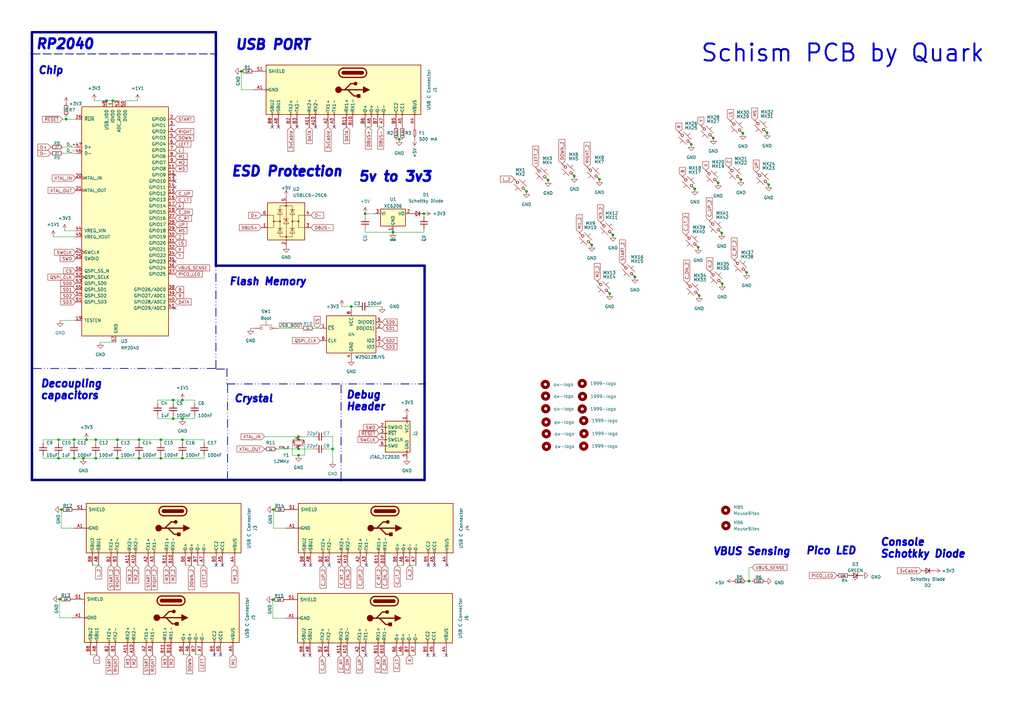
<source format=kicad_sch>
(kicad_sch (version 20230121) (generator eeschema)
  (paper "A3")
  (junction (at 24.0284 180.34))
  (junction (at 296.0116 95.6056))
  (junction (at 306.2224 111.76))
  (junction (at 122.4534 186.69))
  (junction (at 24.0284 187.96))
  (junction (at 30.3784 187.96))
  (junction (at 245.872 73.5584))
  (junction (at 136.4234 184.15))
  (junction (at 39.2684 187.96))
  (junction (at 30.3784 180.34))
  (junction (at 98.9584 29.21))
  (junction (at 215.9508 78.5368))
  (junction (at 286.766 121.2088))
  (junction (at 296.2148 116.4336))
  (junction (at 283.5148 59.2328))
  (junction (at 122.4534 179.07))
  (junction (at 294.5384 74.9808))
  (junction (at 122.4534 184.15))
  (junction (at 260.4008 113.5888))
  (junction (at 88.5444 108.966))
  (junction (at 284.988 77.47))
  (junction (at 144.0434 125.73))
  (junction (at 161.1884 95.25) (diameter 0.9144))
  (junction (at 224.79 73.8632))
  (junction (at 65.9384 180.34))
  (junction (at 34.1884 187.96))
  (junction (at 46.2534 41.275))
  (junction (at 74.8284 164.084))
  (junction (at 65.9384 187.96))
  (junction (at 251.4092 96.3676))
  (junction (at 173.8884 87.63))
  (junction (at 57.0484 180.34))
  (junction (at 149.7584 87.63) (diameter 0.9144))
  (junction (at 71.0184 171.704))
  (junction (at 303.8856 73.66))
  (junction (at 74.8284 187.96))
  (junction (at 235.5596 72.2376))
  (junction (at 35.4584 180.34))
  (junction (at 286.3596 101.4476))
  (junction (at 314.6044 54.4576))
  (junction (at 39.2684 180.34))
  (junction (at 57.0484 187.96))
  (junction (at 139.8994 196.85))
  (junction (at 111.9124 245.9228))
  (junction (at 27.1206 48.895))
  (junction (at 13.1064 22.098))
  (junction (at 292.5572 56.642))
  (junction (at 48.1584 180.34))
  (junction (at 163.7538 57.15))
  (junction (at 112.1664 208.9912))
  (junction (at 24.4348 245.7196))
  (junction (at 250.0663 120.4089))
  (junction (at 71.0184 164.084))
  (junction (at 174.1424 157.4631))
  (junction (at 88.5444 22.098))
  (junction (at 242.7224 100.4824))
  (junction (at 48.1584 187.96))
  (junction (at 315.2648 75.7428))
  (junction (at 43.7134 41.275))
  (junction (at 304.6984 54.6608))
  (junction (at 25.1968 208.9912))
  (junction (at 307.1876 238.3536))
  (junction (at 74.8284 180.34))
  (junction (at 74.8284 171.704))
  (no_connect (at 175.6664 231.8512))
  (no_connect (at 87.9348 268.5796))
  (no_connect (at 71.6534 107.315))
  (no_connect (at 150.0124 268.7828))
  (no_connect (at 88.6968 231.8512))
  (no_connect (at 177.9524 268.7828))
  (no_connect (at 124.6124 268.7828))
  (no_connect (at 71.6534 126.365))
  (no_connect (at 91.2368 231.8512))
  (no_connect (at 127.1524 268.7828))
  (no_connect (at 121.8184 52.07))
  (no_connect (at 135.0264 231.8512))
  (no_connect (at 71.6534 71.755))
  (no_connect (at 183.2864 231.8512))
  (no_connect (at 124.8664 231.8512))
  (no_connect (at 111.6584 52.07))
  (no_connect (at 178.2064 231.8512))
  (no_connect (at 175.4124 268.7828))
  (no_connect (at 90.4748 268.5796))
  (no_connect (at 150.2664 231.8512))
  (no_connect (at 71.6534 76.835))
  (no_connect (at 183.0324 268.7828))
  (no_connect (at 71.6534 74.295))
  (no_connect (at 129.4384 52.07))
  (no_connect (at 137.0584 52.07))
  (no_connect (at 114.1984 52.07))
  (no_connect (at 134.7724 268.7828))
  (no_connect (at 127.4064 231.8512))
  (wire (pts (xy 34.1884 187.96) (xy 39.2684 187.96)))
  (bus (pts (xy 88.5444 108.966) (xy 174.1424 108.966)) (stroke (width 1)))
  (wire (pts (xy 128.8034 134.62) (xy 131.3434 134.62)))
  (wire (pts (xy 65.9384 187.96) (xy 74.8284 187.96)))
  (wire (pts (xy 74.8284 187.96) (xy 74.8284 186.69)))
  (wire (pts (xy 24.0284 186.69) (xy 24.0284 187.96)))
  (wire (pts (xy 48.1584 180.34) (xy 48.1584 181.61)))
  (wire (pts (xy 71.0184 164.084) (xy 71.0184 165.354)))
  (wire (pts (xy 17.6784 186.69) (xy 17.6784 187.96)))
  (bus (pts (xy 174.1424 157.4631) (xy 174.1424 157.48)))
  (wire (pts (xy 116.9924 253.5428) (xy 111.9124 253.5428)))
  (wire (pts (xy 144.0434 125.73) (xy 146.5834 125.73)))
  (wire (pts (xy 83.7184 180.34) (xy 83.7184 181.61)))
  (wire (pts (xy 128.8034 179.07) (xy 122.4534 179.07)))
  (wire (pts (xy 65.9384 180.34) (xy 74.8284 180.34)))
  (wire (pts (xy 83.7184 187.96) (xy 83.7184 186.69)))
  (wire (pts (xy 48.1584 187.96) (xy 57.0484 187.96)))
  (wire (pts (xy 27.1206 48.895) (xy 31.0134 48.895)))
  (wire (pts (xy 37.1348 268.5796) (xy 39.6748 268.5796)))
  (bus (pts (xy 174.1424 196.85) (xy 174.1424 157.4631)) (stroke (width 1)))
  (bus (pts (xy 93.0836 157.4631) (xy 174.1424 157.4631)) (stroke (width 0) (type dash_dot_dot)))
  (wire (pts (xy 162.7124 268.7828) (xy 165.2524 268.7828)))
  (wire (pts (xy 152.2984 52.07) (xy 149.7584 52.07)))
  (wire (pts (xy 24.0284 187.96) (xy 30.3784 187.96)))
  (wire (pts (xy 157.3784 52.07) (xy 154.8384 52.07)))
  (wire (pts (xy 111.9124 253.5428) (xy 111.9124 245.9228)))
  (wire (pts (xy 57.0484 187.96) (xy 65.9384 187.96)))
  (wire (pts (xy 80.3148 268.5796) (xy 82.8548 268.5796)))
  (wire (pts (xy 39.2684 180.34) (xy 48.1584 180.34)))
  (wire (pts (xy 26.4668 94.615) (xy 31.0134 94.615)))
  (wire (pts (xy 17.6784 180.34) (xy 24.0284 180.34)))
  (wire (pts (xy 30.3784 187.96) (xy 34.1884 187.96)))
  (wire (pts (xy 173.8884 93.9546) (xy 173.8884 95.25)))
  (wire (pts (xy 71.0184 164.084) (xy 64.6684 164.084)))
  (wire (pts (xy 24.0284 180.34) (xy 24.0284 181.61)))
  (wire (pts (xy 30.3784 180.34) (xy 24.0284 180.34)))
  (wire (pts (xy 74.8284 180.34) (xy 83.7184 180.34)))
  (wire (pts (xy 128.8034 184.15) (xy 122.4534 184.15)))
  (wire (pts (xy 25.8826 62.865) (xy 31.0134 62.865)))
  (wire (pts (xy 71.0184 171.704) (xy 74.8284 171.704)))
  (wire (pts (xy 65.9384 180.34) (xy 65.9384 181.61)))
  (wire (pts (xy 65.9384 186.69) (xy 65.9384 187.96)))
  (wire (pts (xy 162.4584 57.15) (xy 163.7538 57.15)))
  (wire (pts (xy 79.9084 171.704) (xy 79.9084 170.434)))
  (wire (pts (xy 74.8284 187.96) (xy 83.7184 187.96)))
  (wire (pts (xy 167.7924 268.7828) (xy 170.3324 268.7828)))
  (wire (pts (xy 74.8284 180.34) (xy 74.8284 181.61)))
  (wire (pts (xy 24.4348 253.3396) (xy 24.4348 245.7196)))
  (wire (pts (xy 64.6684 171.704) (xy 71.0184 171.704)))
  (wire (pts (xy 136.4234 179.07) (xy 136.4234 184.15)))
  (wire (pts (xy 74.8284 164.084) (xy 71.0184 164.084)))
  (wire (pts (xy 48.1584 180.34) (xy 57.0484 180.34)))
  (wire (pts (xy 46.2534 41.275) (xy 48.7934 41.275)))
  (wire (pts (xy 17.6784 181.61) (xy 17.6784 180.34)))
  (wire (pts (xy 75.9968 231.8512) (xy 78.5368 231.8512)))
  (wire (pts (xy 30.3784 180.34) (xy 35.4584 180.34)))
  (wire (pts (xy 57.0484 186.69) (xy 57.0484 187.96)))
  (wire (pts (xy 39.2684 187.96) (xy 48.1584 187.96)))
  (wire (pts (xy 161.1884 95.25) (xy 173.8884 95.25)))
  (bus (pts (xy 88.5444 22.098) (xy 88.5444 108.966)) (stroke (width 1)))
  (wire (pts (xy 168.0464 231.8512) (xy 170.5864 231.8512)))
  (bus (pts (xy 93.0836 151.13) (xy 93.0836 157.4631)) (stroke (width 0) (type dash_dot_dot)))
  (wire (pts (xy 57.0484 180.34) (xy 65.9384 180.34)))
  (wire (pts (xy 24.6634 131.445) (xy 31.0134 131.445)))
  (wire (pts (xy 30.2768 216.6112) (xy 25.1968 216.6112)))
  (wire (pts (xy 108.4834 179.07) (xy 122.4534 179.07)))
  (bus (pts (xy 13.1064 13.208) (xy 88.5444 13.208)) (stroke (width 1)))
  (wire (pts (xy 35.4584 180.34) (xy 39.2684 180.34)))
  (wire (pts (xy 307.1876 232.7656) (xy 307.1876 238.3536)))
  (wire (pts (xy 173.8884 88.8746) (xy 173.8884 87.63)))
  (wire (pts (xy 31.0134 97.155) (xy 21.844 97.155)))
  (wire (pts (xy 38.6334 41.275) (xy 43.7134 41.275)))
  (wire (pts (xy 140.2334 125.73) (xy 144.0434 125.73)))
  (wire (pts (xy 41.1734 140.335) (xy 47.5234 140.335)))
  (wire (pts (xy 51.3334 41.275) (xy 56.4134 41.275)))
  (wire (pts (xy 149.7584 93.98) (xy 149.7584 95.25)))
  (wire (pts (xy 74.8284 164.084) (xy 79.9084 164.084)))
  (wire (pts (xy 79.9084 164.084) (xy 79.9084 165.354)))
  (wire (pts (xy 119.9134 181.61) (xy 119.9134 186.69)))
  (bus (pts (xy 88.5444 13.208) (xy 88.5444 22.098)) (stroke (width 1)))
  (wire (pts (xy 162.9664 231.8512) (xy 165.5064 231.8512)))
  (wire (pts (xy 17.6784 187.96) (xy 24.0284 187.96)))
  (wire (pts (xy 57.0484 180.34) (xy 57.0484 181.61)))
  (bus (pts (xy 88.7984 151.384) (xy 93.3376 151.384)) (stroke (width 0) (type dash_dot_dot)))
  (wire (pts (xy 308.4576 232.7656) (xy 307.1876 232.7656)))
  (wire (pts (xy 102.7684 134.62) (xy 104.0384 134.62)))
  (wire (pts (xy 43.7134 41.275) (xy 46.2534 41.275)))
  (wire (pts (xy 136.4234 184.15) (xy 133.8834 184.15)))
  (wire (pts (xy 29.5148 253.3396) (xy 24.4348 253.3396)))
  (wire (pts (xy 122.4534 184.15) (xy 113.5634 184.15)))
  (bus (pts (xy 13.6144 151.13) (xy 88.5444 151.13)) (stroke (width 0) (type dash_dot_dot)))
  (wire (pts (xy 25.1968 216.6112) (xy 25.1968 208.9912)))
  (wire (pts (xy 98.9584 36.83) (xy 98.9584 29.21)))
  (wire (pts (xy 48.1584 187.96) (xy 48.1584 186.69)))
  (wire (pts (xy 161.1884 95.25) (xy 149.7584 95.25)))
  (bus (pts (xy 13.1064 196.85) (xy 139.8994 196.85)) (stroke (width 1)))
  (wire (pts (xy 104.0384 36.83) (xy 98.9584 36.83)))
  (wire (pts (xy 112.1664 216.6112) (xy 112.1664 208.9912)))
  (bus (pts (xy 13.1064 22.098) (xy 13.1064 196.85)) (stroke (width 1)))
  (wire (pts (xy 133.8834 179.07) (xy 136.4234 179.07)))
  (wire (pts (xy 39.2684 180.34) (xy 39.2684 181.61)))
  (wire (pts (xy 64.6684 164.084) (xy 64.6684 165.354)))
  (wire (pts (xy 136.4234 184.15) (xy 136.4234 189.23)))
  (wire (pts (xy 151.6634 125.73) (xy 156.7434 125.73)))
  (bus (pts (xy 174.1424 157.4631) (xy 174.1424 108.966)) (stroke (width 1)))
  (bus (pts (xy 13.1064 13.208) (xy 13.1064 22.098)) (stroke (width 1)))
  (wire (pts (xy 149.7584 87.63) (xy 149.7584 88.9)))
  (wire (pts (xy 114.1984 134.62) (xy 123.7234 134.62)))
  (wire (pts (xy 30.3784 186.69) (xy 30.3784 187.96)))
  (wire (pts (xy 163.7538 57.15) (xy 164.9984 57.15)))
  (wire (pts (xy 124.9934 186.69) (xy 122.4534 186.69)))
  (wire (pts (xy 64.6684 170.434) (xy 64.6684 171.704)))
  (wire (pts (xy 144.0434 125.73) (xy 144.0434 127)))
  (bus (pts (xy 93.3376 157.7171) (xy 93.3376 197.104)) (stroke (width 0) (type dash_dot_dot)))
  (bus (pts (xy 139.8994 196.85) (xy 174.1424 196.85)) (stroke (width 1)))
  (wire (pts (xy 119.9134 186.69) (xy 122.4534 186.69)))
  (wire (pts (xy 30.3784 180.34) (xy 30.3784 181.61)))
  (wire (pts (xy 27.1206 47.625) (xy 27.1206 48.895)))
  (wire (pts (xy 39.2684 187.96) (xy 39.2684 186.69)))
  (wire (pts (xy 307.1876 238.3536) (xy 308.6354 238.3536)))
  (wire (pts (xy 124.9934 181.61) (xy 124.9934 186.69)))
  (wire (pts (xy 75.2348 268.5796) (xy 77.7748 268.5796)))
  (wire (pts (xy 305.9176 238.3536) (xy 307.1876 238.3536)))
  (wire (pts (xy 71.0184 170.434) (xy 71.0184 171.704)))
  (bus (pts (xy 88.5444 151.13) (xy 88.5444 108.966)) (stroke (width 0) (type dash_dot_dot)))
  (wire (pts (xy 25.8826 60.325) (xy 31.0134 60.325)))
  (wire (pts (xy 25.5777 48.895) (xy 27.1206 48.895)))
  (wire (pts (xy 149.7584 87.63) (xy 153.5684 87.63)))
  (wire (pts (xy 74.8284 171.704) (xy 79.9084 171.704)))
  (wire (pts (xy 37.8968 231.8512) (xy 40.4368 231.8512)))
  (bus (pts (xy 13.1064 22.098) (xy 88.5444 22.098)) (stroke (width 0) (type dash)))
  (bus (pts (xy 139.8994 196.85) (xy 139.8994 157.48)) (stroke (width 0) (type dash_dot_dot)))
  (wire (pts (xy 81.0768 231.8512) (xy 83.6168 231.8512)))
  (wire (pts (xy 117.2464 216.6112) (xy 112.1664 216.6112)))
  (text "Decoupling\ncapacitors" (at 16.4084 164.084 0) (effects (font (size 3 3) (thickness 2) bold italic) (justify left bottom)))
  (text "Debug\nHeader" (at 141.7574 168.656 0) (effects (font (size 3 3) (thickness 2) bold italic) (justify left bottom)))
  (text "Pico LED" (at 330.3016 227.7364 0) (effects (font (size 3 3) (thickness 2) bold italic) (justify left bottom)))
  (text "5v to 3v3" (at 146.7104 74.93 0) (effects (font (size 4 4) (thickness 2) bold italic) (justify left bottom)))
  (text "VBUS Sensing" (at 292.2016 228.0412 0) (effects (font (size 3 3) (thickness 2) bold italic) (justify left bottom)))
  (text "ESD Protection" (at 94.5134 72.771 0) (effects (font (size 4 4) (thickness 2) bold italic) (justify left bottom)))
  (text "Console\nSchotkky Diode" (at 360.8324 229.0572 0) (effects (font (size 3 3) (thickness 2) bold italic) (justify left bottom)))
  (text "Flash Memory" (at 93.7514 117.348 0) (effects (font (size 3 3) (thickness 2) bold italic) (justify left bottom)))
  (text "Crystal" (at 95.7834 165.354 0) (effects (font (size 3 3) (thickness 2) bold italic) (justify left bottom)))
  (text "USB PORT" (at 96.1644 20.828 0) (effects (font (size 4 4) (thickness 2) bold italic) (justify left bottom)))
  (text "Schism PCB by Quark" (at 287.1216 25.9588 0) (effects (font (size 7 7) (thickness 0.8) bold) (justify left bottom)))
  (text "RP2040" (at 14.3764 20.574 0) (effects (font (size 4 4) (thickness 2) bold italic) (justify left bottom)))
  (text "Chip" (at 15.3924 30.734 0) (effects (font (size 3 3) (thickness 2) bold italic) (justify left bottom)))
  (label "XTAL_O" (at 118.6434 184.15 180) (effects (font (size 0.8 0.8))))
  (label "D_-" (at 27.2034 62.865 0))
  (label "D_+" (at 27.2034 60.325 0))
  (label "~{USB_BOOT}" (at 114.1984 134.62 0))
  (global_label "PICO_LED" (shape input) (at 343.2556 236.0168 180) (property "Intersheetrefs" "${INTERSHEET_REFS}" (effects hide)))
  (global_label "DBUS+" (shape input) (at 151.0792 52.07 270) (property "Intersheetrefs" "${INTERSHEET_REFS}" (effects hide)))
  (global_label "XTAL_IN" (shape input) (at 31.0134 73.025 180) (property "Intersheetrefs" "${INTERSHEET_REFS}" (effects hide)))
  (global_label "SD0" (shape input) (at 156.7434 132.08 0) (property "Intersheetrefs" "${INTERSHEET_REFS}" (effects hide)))
  (global_label "M3" (shape input) (at 67.6148 268.5796 270) (property "Intersheetrefs" "${INTERSHEET_REFS}" (effects hide)))
  (global_label "M2" (shape input) (at 70.1548 268.5796 270) (property "Intersheetrefs" "${INTERSHEET_REFS}" (effects hide)))
  (global_label "QSPI_CLK" (shape input) (at 31.0134 113.665 180) (property "Intersheetrefs" "${INTERSHEET_REFS}" (effects hide)))
  (global_label "XTAL_OUT" (shape input) (at 108.4834 184.15 180) (property "Intersheetrefs" "${INTERSHEET_REFS}" (effects hide)))
  (global_label "SD3" (shape input) (at 31.0134 123.825 180) (property "Intersheetrefs" "${INTERSHEET_REFS}" (effects hide)))
  (global_label "QSPI_CLK" (shape input) (at 131.3434 139.7 180) (property "Intersheetrefs" "${INTERSHEET_REFS}" (effects hide)))
  (global_label "M3" (shape input) (at 71.6534 69.215 0) (property "Intersheetrefs" "${INTERSHEET_REFS}" (effects hide)))
  (global_label "A" (shape input) (at 71.6534 84.455 0) (property "Intersheetrefs" "${INTERSHEET_REFS}" (effects hide)))
  (global_label "C_DN" (shape input) (at 71.6534 86.995 0) (property "Intersheetrefs" "${INTERSHEET_REFS}" (effects hide)))
  (global_label "CS" (shape input) (at 130.0734 134.62 90) (property "Intersheetrefs" "${INTERSHEET_REFS}" (effects hide)))
  (global_label "D-" (shape input) (at 127.5334 88.265 0) (property "Intersheetrefs" "${INTERSHEET_REFS}" (effects hide)))
  (global_label "RIGHT" (shape input) (at 62.5348 268.5796 270) (property "Intersheetrefs" "${INTERSHEET_REFS}" (effects hide)))
  (global_label "DOWN" (shape input) (at 77.7748 268.5796 270) (property "Intersheetrefs" "${INTERSHEET_REFS}" (effects hide)))
  (global_label "SD0" (shape input) (at 31.0134 116.205 180) (property "Intersheetrefs" "${INTERSHEET_REFS}" (effects hide)))
  (global_label "M2" (shape input) (at 54.9148 268.5796 270) (property "Intersheetrefs" "${INTERSHEET_REFS}" (effects hide)))
  (global_label "DATA" (shape input) (at 126.8984 52.07 270) (property "Intersheetrefs" "${INTERSHEET_REFS}" (effects hide)))
  (global_label "M1" (shape input) (at 95.5548 268.5796 270) (property "Intersheetrefs" "${INTERSHEET_REFS}" (effects hide)))
  (global_label "3vCable" (shape input) (at 119.2784 52.07 270) (property "Intersheetrefs" "${INTERSHEET_REFS}" (effects hide)))
  (global_label "DOWN_2" (shape input) (at 78.5368 231.8512 270) (property "Intersheetrefs" "${INTERSHEET_REFS}" (effects hide)))
  (global_label "SD1" (shape input) (at 31.0134 118.745 180) (property "Intersheetrefs" "${INTERSHEET_REFS}" (effects hide)))
  (global_label "RIGHT" (shape input) (at 71.6534 53.975 0) (property "Intersheetrefs" "${INTERSHEET_REFS}" (effects hide)))
  (global_label "VBUS_SENSE" (shape input) (at 308.4576 232.7656 0) (property "Intersheetrefs" "${INTERSHEET_REFS}" (effects hide)))
  (global_label "C_RT" (shape input) (at 155.0924 268.7828 270) (property "Intersheetrefs" "${INTERSHEET_REFS}" (effects hide)))
  (global_label "SWD" (shape input) (at 31.0134 106.045 180) (property "Intersheetrefs" "${INTERSHEET_REFS}" (effects hide)))
  (global_label "M2_2" (shape input) (at 55.6768 231.8512 270) (property "Intersheetrefs" "${INTERSHEET_REFS}" (effects hide)))
  (global_label "RIGHT_2" (shape input) (at 48.0568 231.8512 270) (property "Intersheetrefs" "${INTERSHEET_REFS}" (effects hide)))
  (global_label "Z" (shape input) (at 298.8056 68.58 90) (property "Intersheetrefs" "${INTERSHEET_REFS}" (effects hide)))
  (global_label "M2_2" (shape input) (at 244.9863 115.3289 90) (property "Intersheetrefs" "${INTERSHEET_REFS}" (effects hide)))
  (global_label "C_UP_2" (shape input) (at 132.4864 231.8512 270) (property "Intersheetrefs" "${INTERSHEET_REFS}" (effects hide)))
  (global_label "XTAL_IN" (shape input) (at 108.4834 179.07 180) (property "Intersheetrefs" "${INTERSHEET_REFS}" (effects hide)))
  (global_label "LS" (shape input) (at 299.6184 49.5808 90) (property "Intersheetrefs" "${INTERSHEET_REFS}" (effects hide)))
  (global_label "R" (shape input) (at 278.4348 54.1528 90) (property "Intersheetrefs" "${INTERSHEET_REFS}" (effects hide)))
  (global_label "CS" (shape input) (at 31.0134 111.125 180) (property "Intersheetrefs" "${INTERSHEET_REFS}" (effects hide)))
  (global_label "~{RESET}" (shape input) (at 25.5777 48.895 180) (property "Intersheetrefs" "${INTERSHEET_REFS}" (effects hide)))
  (global_label "LEFT" (shape input) (at 82.8548 268.5796 270) (property "Intersheetrefs" "${INTERSHEET_REFS}" (effects hide)))
  (global_label "DBUS-" (shape input) (at 156.1592 52.07 270) (property "Intersheetrefs" "${INTERSHEET_REFS}" (effects hide)))
  (global_label "C_UP" (shape input) (at 132.2324 268.7828 270) (property "Intersheetrefs" "${INTERSHEET_REFS}" (effects hide)))
  (global_label "C_DN_2" (shape input) (at 157.8864 231.8512 270) (property "Intersheetrefs" "${INTERSHEET_REFS}" (effects hide)))
  (global_label "UP" (shape input) (at 71.6534 92.075 0) (property "Intersheetrefs" "${INTERSHEET_REFS}" (effects hide)))
  (global_label "START" (shape input) (at 59.9948 268.5796 270) (property "Intersheetrefs" "${INTERSHEET_REFS}" (effects hide)))
  (global_label "C_RT" (shape input) (at 139.8524 268.7828 270) (property "Intersheetrefs" "${INTERSHEET_REFS}" (effects hide)))
  (global_label "PICO_LED" (shape input) (at 71.6534 112.395 0) (property "Intersheetrefs" "${INTERSHEET_REFS}" (effects hide)))
  (global_label "C_LT_2" (shape input) (at 281.2796 96.3676 90) (property "Intersheetrefs" "${INTERSHEET_REFS}" (effects hide)))
  (global_label "M3_2" (shape input) (at 246.3292 91.2876 90) (property "Intersheetrefs" "${INTERSHEET_REFS}" (effects hide)))
  (global_label "L_2" (shape input) (at 210.8708 73.4568 180) (property "Intersheetrefs" "${INTERSHEET_REFS}" (effects hide)))
  (global_label "START" (shape input) (at 44.7548 268.5796 270) (property "Intersheetrefs" "${INTERSHEET_REFS}" (effects hide)))
  (global_label "M3_2" (shape input) (at 53.1368 231.8512 270) (property "Intersheetrefs" "${INTERSHEET_REFS}" (effects hide)))
  (global_label "C_DN_2" (shape input) (at 142.6464 231.8512 270) (property "Intersheetrefs" "${INTERSHEET_REFS}" (effects hide)))
  (global_label "~{RESET}" (shape input) (at 155.4734 177.8 180) (property "Intersheetrefs" "${INTERSHEET_REFS}" (effects hide)))
  (global_label "START" (shape input) (at 71.6534 48.895 0) (property "Intersheetrefs" "${INTERSHEET_REFS}" (effects hide)))
  (global_label "R" (shape input) (at 71.6534 121.285 0) (property "Intersheetrefs" "${INTERSHEET_REFS}" (effects hide)))
  (global_label "LEFT_2" (shape input) (at 83.6168 231.8512 270) (property "Intersheetrefs" "${INTERSHEET_REFS}" (effects hide)))
  (global_label "C_UP" (shape input) (at 147.4724 268.7828 270) (property "Intersheetrefs" "${INTERSHEET_REFS}" (effects hide)))
  (global_label "C_DN" (shape input) (at 142.3924 268.7828 270) (property "Intersheetrefs" "${INTERSHEET_REFS}" (effects hide)))
  (global_label "D+" (shape input) (at 20.8026 60.325 180) (property "Intersheetrefs" "${INTERSHEET_REFS}" (effects hide)))
  (global_label "RIGHT_2" (shape input) (at 240.792 68.4784 90) (property "Intersheetrefs" "${INTERSHEET_REFS}" (effects hide)))
  (global_label "C_UP_2" (shape input) (at 147.7264 231.8512 270) (property "Intersheetrefs" "${INTERSHEET_REFS}" (effects hide)))
  (global_label "DBUS+" (shape input) (at 107.2134 93.345 180) (property "Intersheetrefs" "${INTERSHEET_REFS}" (effects hide)))
  (global_label "SWD" (shape input) (at 155.4734 175.26 180) (property "Intersheetrefs" "${INTERSHEET_REFS}" (effects hide)))
  (global_label "C_UP_2" (shape input) (at 290.9316 90.5256 90) (property "Intersheetrefs" "${INTERSHEET_REFS}" (effects hide)))
  (global_label "M1_2" (shape input) (at 237.6424 95.4024 90) (property "Intersheetrefs" "${INTERSHEET_REFS}" (effects hide)))
  (global_label "SD3" (shape input) (at 156.7434 142.24 0) (property "Intersheetrefs" "${INTERSHEET_REFS}" (effects hide)))
  (global_label "VBUS_SENSE" (shape input) (at 71.6534 109.855 0) (property "Intersheetrefs" "${INTERSHEET_REFS}" (effects hide)))
  (global_label "C_RT_2" (shape input) (at 301.1424 106.68 90) (property "Intersheetrefs" "${INTERSHEET_REFS}" (effects hide)))
  (global_label "SWCLK" (shape input) (at 31.0134 103.505 180) (property "Intersheetrefs" "${INTERSHEET_REFS}" (effects hide)))
  (global_label "XTAL_OUT" (shape input) (at 31.0134 78.105 180) (property "Intersheetrefs" "${INTERSHEET_REFS}" (effects hide)))
  (global_label "C_DN" (shape input) (at 157.6324 268.7828 270) (property "Intersheetrefs" "${INTERSHEET_REFS}" (effects hide)))
  (global_label "C_RT_2" (shape input) (at 155.3464 231.8512 270) (property "Intersheetrefs" "${INTERSHEET_REFS}" (effects hide)))
  (global_label "C_LT" (shape input) (at 162.7124 268.7828 270) (property "Intersheetrefs" "${INTERSHEET_REFS}" (effects hide)))
  (global_label "M1" (shape input) (at 71.6534 64.135 0) (property "Intersheetrefs" "${INTERSHEET_REFS}" (effects hide)))
  (global_label "M3_2" (shape input) (at 68.3768 231.8512 270) (property "Intersheetrefs" "${INTERSHEET_REFS}" (effects hide)))
  (global_label "UP" (shape input) (at 310.1848 70.6628 90) (property "Intersheetrefs" "${INTERSHEET_REFS}" (effects hide)))
  (global_label "RIGHT" (shape input) (at 47.2948 268.5796 270) (property "Intersheetrefs" "${INTERSHEET_REFS}" (effects hide)))
  (global_label "LEFT_2" (shape input) (at 219.71 68.7832 90) (property "Intersheetrefs" "${INTERSHEET_REFS}" (effects hide)))
  (global_label "D+" (shape input) (at 107.2134 88.265 180) (property "Intersheetrefs" "${INTERSHEET_REFS}" (effects hide)))
  (global_label "DOWN" (shape input) (at 71.6534 56.515 0) (property "Intersheetrefs" "${INTERSHEET_REFS}" (effects hide)))
  (global_label "C_LT_2" (shape input) (at 162.9664 231.8512 270) (property "Intersheetrefs" "${INTERSHEET_REFS}" (effects hide)))
  (global_label "DBUS-" (shape input) (at 127.5334 93.345 0) (property "Intersheetrefs" "${INTERSHEET_REFS}" (effects hide)))
  (global_label "A_2" (shape input) (at 168.0464 231.8512 270) (property "Intersheetrefs" "${INTERSHEET_REFS}" (effects hide)))
  (global_label "3vCable" (shape input) (at 134.5184 52.07 270) (property "Intersheetrefs" "${INTERSHEET_REFS}" (effects hide)))
  (global_label "SD2" (shape input) (at 31.0134 121.285 180) (property "Intersheetrefs" "${INTERSHEET_REFS}" (effects hide)))
  (global_label "M1_2" (shape input) (at 96.3168 231.8512 270) (property "Intersheetrefs" "${INTERSHEET_REFS}" (effects hide)))
  (global_label "START_2" (shape input) (at 255.3208 108.5088 90) (property "Intersheetrefs" "${INTERSHEET_REFS}" (effects hide)))
  (global_label "A" (shape input) (at 167.909 268.7828 270) (property "Intersheetrefs" "${INTERSHEET_REFS}" (effects hide)))
  (global_label "M2_2" (shape input) (at 70.9168 231.8512 270) (property "Intersheetrefs" "${INTERSHEET_REFS}" (effects hide)))
  (global_label "B" (shape input) (at 71.6534 118.745 0) (property "Intersheetrefs" "${INTERSHEET_REFS}" (effects hide)))
  (global_label "L" (shape input) (at 39.6748 268.5796 270) (property "Intersheetrefs" "${INTERSHEET_REFS}" (effects hide)))
  (global_label "L_2" (shape input) (at 40.4368 231.8512 270) (property "Intersheetrefs" "${INTERSHEET_REFS}" (effects hide)))
  (global_label "Z" (shape input) (at 71.6534 97.155 0) (property "Intersheetrefs" "${INTERSHEET_REFS}" (effects hide)))
  (global_label "SD2" (shape input) (at 156.7434 139.7 0) (property "Intersheetrefs" "${INTERSHEET_REFS}" (effects hide)))
  (global_label "C_RT_2" (shape input) (at 140.1064 231.8512 270) (property "Intersheetrefs" "${INTERSHEET_REFS}" (effects hide)))
  (global_label "C_RT" (shape input) (at 71.6534 89.535 0) (property "Intersheetrefs" "${INTERSHEET_REFS}" (effects hide)))
  (global_label "SWCLK" (shape input) (at 155.4734 180.34 180) (property "Intersheetrefs" "${INTERSHEET_REFS}" (effects hide)))
  (global_label "D-" (shape input) (at 20.8026 62.865 180) (property "Intersheetrefs" "${INTERSHEET_REFS}" (effects hide)))
  (global_label "A_2" (shape input) (at 291.1348 111.3536 90) (property "Intersheetrefs" "${INTERSHEET_REFS}" (effects hide)))
  (global_label "X" (shape input) (at 289.4584 69.9008 90) (property "Intersheetrefs" "${INTERSHEET_REFS}" (effects hide)))
  (global_label "C_DN_2" (shape input) (at 281.686 116.1288 90) (property "Intersheetrefs" "${INTERSHEET_REFS}" (effects hide)))
  (global_label "M2" (shape input) (at 71.6534 66.675 0) (property "Intersheetrefs" "${INTERSHEET_REFS}" (effects hide)))
  (global_label "MS" (shape input) (at 309.5244 49.3776 90) (property "Intersheetrefs" "${INTERSHEET_REFS}" (effects hide)))
  (global_label "X" (shape input) (at 71.6534 102.235 0) (property "Intersheetrefs" "${INTERSHEET_REFS}" (effects hide)))
  (global_label "C_UP" (shape input) (at 71.6534 79.375 0) (property "Intersheetrefs" "${INTERSHEET_REFS}" (effects hide)))
  (global_label "MS" (shape input) (at 71.6534 94.615 0) (property "Intersheetrefs" "${INTERSHEET_REFS}" (effects hide)))
  (global_label "L" (shape input) (at 71.6534 61.595 0) (property "Intersheetrefs" "${INTERSHEET_REFS}" (effects hide)))
  (global_label "B" (shape input) (at 279.908 72.39 90) (property "Intersheetrefs" "${INTERSHEET_REFS}" (effects hide)))
  (global_label "Y" (shape input) (at 71.6534 104.775 0) (property "Intersheetrefs" "${INTERSHEET_REFS}" (effects hide)))
  (global_label "LEFT" (shape input) (at 71.6534 59.055 0) (property "Intersheetrefs" "${INTERSHEET_REFS}" (effects hide)))
  (global_label "DATA" (shape input) (at 142.1384 52.07 270) (property "Intersheetrefs" "${INTERSHEET_REFS}" (effects hide)))
  (global_label "M3" (shape input) (at 52.3748 268.5796 270) (property "Intersheetrefs" "${INTERSHEET_REFS}" (effects hide)))
  (global_label "START_2" (shape input) (at 60.7568 231.8512 270) (property "Intersheetrefs" "${INTERSHEET_REFS}" (effects hide)))
  (global_label "C_LT" (shape input) (at 71.6534 81.915 0) (property "Intersheetrefs" "${INTERSHEET_REFS}" (effects hide)))
  (global_label "SD1" (shape input) (at 156.7434 134.62 0) (property "Intersheetrefs" "${INTERSHEET_REFS}" (effects hide)))
  (global_label "Y" (shape input) (at 287.4772 51.562 90) (property "Intersheetrefs" "${INTERSHEET_REFS}" (effects hide)))
  (global_label "DOWN_2" (shape input) (at 230.4796 67.1576 90) (property "Intersheetrefs" "${INTERSHEET_REFS}" (effects hide)))
  (global_label "3vCable" (shape input) (at 377.952 234.0864 180) (property "Intersheetrefs" "${INTERSHEET_REFS}" (effects hide)))
  (global_label "DATA" (shape input) (at 71.6534 123.825 0) (property "Intersheetrefs" "${INTERSHEET_REFS}" (effects hide)))
  (global_label "LS" (shape input) (at 71.6534 99.695 0) (property "Intersheetrefs" "${INTERSHEET_REFS}" (effects hide)))
  (global_label "START_2" (shape input) (at 45.5168 231.8512 270) (property "Intersheetrefs" "${INTERSHEET_REFS}" (effects hide)))
  (global_label "RIGHT_2" (shape input) (at 63.2968 231.8512 270) (property "Intersheetrefs" "${INTERSHEET_REFS}" (effects hide)))
  (symbol (lib_id "PCM_marbastlib-mx:MX_SW_solder") (at 291.9984 72.4408 180) (unit 1)
    (property "Reference" "MX19" (at 294.4876 68.1736 0))
    (property "Value" "MX_SW_solder" (effects hide))
    (property "Footprint" "PCM_marbastlib-choc:SW_choc_v1_1u" (effects hide))
  )
  (symbol (lib_id "Device:C_Small") (at 39.2684 184.15 0) (unit 1)
    (property "Reference" "C12" (at 40.5384 181.6099 0) (effects (justify left)))
    (property "Value" "100nF" (at 40.5384 186.6899 0) (effects (justify left)))
    (property "Footprint" "Capacitor_SMD:C_0402_1005Metric" (effects hide))
    (property "LCSC" "C1525" (effects hide))
  )
  (symbol (lib_id "Sleep-lib:RP2040") (at 51.3334 92.075 0) (unit 1)
    (property "Reference" "U3" (at 49.5428 139.9445 0) (effects (justify left)))
    (property "Value" "RP2040" (at 49.5428 142.7196 0) (effects (justify left)))
    (property "Footprint" "footprints:RP2040-QFN-56" (effects hide))
    (property "Datasheet" "https://datasheets.raspberrypi.com/rp2040/rp2040-datasheet.pdf" (effects hide))
    (property "LCSC" "C2040" (effects hide))
  )
  (symbol (lib_id "power:GND") (at 250.0663 120.4089 0) (unit 1)
    (property "Reference" "#PWR042" (effects hide))
    (property "Value" "GND" (at 250.0663 125.7429 0))
  )
  (symbol (lib_id "Mechanical:MountingHole") (at 223.8248 167.64 0) (unit 1) (in_bom no)
    (property "Reference" "H3" (effects hide))
    (property "Value" "qw-logo" (at 227.0252 167.64 0) (effects (justify left)))
    (property "Footprint" "qw-logo:qw new logo silk + copper md" (effects hide))
  )
  (symbol (lib_id "power:GND") (at 163.7538 57.15 0) (unit 1)
    (property "Reference" "#PWR05" (effects hide))
    (property "Value" "GND" (at 163.7538 62.8396 0))
  )
  (symbol (lib_id "power:+5V") (at 300.8376 238.3536 90) (unit 1)
    (property "Reference" "#PWR022" (effects hide))
    (property "Value" "+5V" (at 297.1546 238.9886 90) (effects (justify left)))
  )
  (symbol (lib_id "power:GND") (at 34.1884 187.96 0) (unit 1)
    (property "Reference" "#PWR029" (effects hide))
    (property "Value" "GND" (at 34.1884 193.04 0))
  )
  (symbol (lib_id "power:+5V") (at 117.3734 80.645 0) (unit 1)
    (property "Reference" "#PWR07" (effects hide))
    (property "Value" "+5V" (at 117.3734 77.0405 0))
  )
  (symbol (lib_id "power:GND") (at 306.2224 111.76 0) (unit 1)
    (property "Reference" "#PWR055" (effects hide))
    (property "Value" "GND" (at 306.2224 117.094 0))
  )
  (symbol (lib_id "power:GND") (at 296.2148 116.4336 0) (unit 1)
    (property "Reference" "#PWR054" (effects hide))
    (property "Value" "GND" (at 296.2148 121.7676 0))
  )
  (symbol (lib_id "Device:C_Small") (at 48.1584 184.15 0) (unit 1)
    (property "Reference" "C13" (at 49.4284 181.6099 0) (effects (justify left)))
    (property "Value" "100nF" (at 49.4284 186.6899 0) (effects (justify left)))
    (property "Footprint" "Capacitor_SMD:C_0402_1005Metric" (effects hide))
    (property "LCSC" "C1525" (effects hide))
  )
  (symbol (lib_id "Device:C_Small") (at 24.0284 184.15 0) (unit 1)
    (property "Reference" "C10" (at 25.2984 181.6099 0) (effects (justify left)))
    (property "Value" "1uF" (at 25.2984 186.6899 0) (effects (justify left)))
    (property "Footprint" "Capacitor_SMD:C_0402_1005Metric" (effects hide))
    (property "LCSC" "C52923" (effects hide))
  )
  (symbol (lib_id "Device:Fuse_Small") (at 170.0784 54.61 270) (unit 1)
    (property "Reference" "F1" (at 171.8056 54.5084 90) (effects (justify left)))
    (property "Value" "500 mA" (at 171.8056 57.0484 90) (effects (justify left)))
    (property "Footprint" "Fuse:Fuse_1206_3216Metric" (effects hide))
    (property "LCSC" "C70076" (effects hide))
  )
  (symbol (lib_id "Device:R_Small") (at 164.9984 54.61 0) (unit 1)
    (property "Reference" "R3" (at 166.0653 54.61 0) (effects (justify left)))
    (property "Value" "5.1k" (at 165.1 55.9308 90) (effects (font (size 0.8 0.8)) (justify left)))
    (property "Footprint" "Resistor_SMD:R_0402_1005Metric" (effects hide))
    (property "LCSC" "C25744" (effects hide))
  )
  (symbol (lib_id "Connector:USB_C_Receptacle") (at 144.6784 36.83 270) (unit 1)
    (property "Reference" "J1" (at 178.4096 36.83 0))
    (property "Value" "USB C Connector" (at 175.8696 36.83 0))
    (property "Footprint" "footprints:TYPE-C_24P_QCHT" (effects hide))
    (property "Datasheet" "https://www.usb.org/sites/default/files/documents/usb_type-c.zip" (effects hide))
    (property "LCSC" "C456013" (effects hide))
  )
  (symbol (lib_id "Device:Crystal_GND24_Small") (at 122.4534 181.61 270) (mirror x) (unit 1)
    (property "Reference" "Y1" (at 118.6434 186.69 90) (effects (justify right)))
    (property "Value" "12MHz" (at 118.6434 189.23 90) (effects (justify right)))
    (property "Footprint" "Crystal:Crystal_SMD_3225-4Pin_3.2x2.5mm" (effects hide))
    (property "LCSC" "C9002" (effects hide))
  )
  (symbol (lib_id "Device:C_Small") (at 71.0184 167.894 0) (unit 1)
    (property "Reference" "C5" (at 72.2884 165.3539 0) (effects (justify left)))
    (property "Value" "100nF" (at 72.2884 170.4339 0) (effects (justify left)))
    (property "Footprint" "Capacitor_SMD:C_0402_1005Metric" (effects hide))
    (property "LCSC" "C1525" (effects hide))
  )
  (symbol (lib_id "PCM_marbastlib-mx:MX_SW_solder") (at 290.0172 54.102 180) (unit 1)
    (property "Reference" "MX27" (at 292.5064 49.8348 0))
    (property "Value" "MX_SW_solder" (effects hide))
    (property "Footprint" "PCM_marbastlib-choc:SW_choc_v1_1u" (effects hide))
  )
  (symbol (lib_id "PCM_marbastlib-mx:MX_SW_HS") (at 303.6824 109.22 0) (unit 1)
    (property "Reference" "MX37" (at 306.5272 103.5812 0))
    (property "Value" "MX_SW_HS" (effects hide))
    (property "Footprint" "PCM_marbastlib-choc:SW_choc_v1_HS_1u" (effects hide))
  )
  (symbol (lib_id "PCM_marbastlib-mx:MX_SW_solder") (at 312.7248 73.2028 180) (unit 1)
    (property "Reference" "MX23" (at 315.214 68.9356 0))
    (property "Value" "MX_SW_solder" (effects hide))
    (property "Footprint" "PCM_marbastlib-choc:SW_choc_v1_1u" (effects hide))
  )
  (symbol (lib_id "marbastlib-various:JTAG_TC2030") (at 161.8234 180.34 0) (unit 1) (in_bom no)
    (property "Reference" "J2" (at 169.1132 177.7999 0) (effects (justify left)))
    (property "Value" "JTAG_TC2030" (at 151.4094 187.452 0) (effects (justify left)))
    (property "Footprint" "PCM_marbastlib-various:CON_TC2030_outlined" (effects hide))
    (property "Datasheet" " ~" (effects hide))
  )
  (symbol (lib_id "power:GND") (at 314.6044 54.4576 0) (unit 1)
    (property "Reference" "#PWR047" (effects hide))
    (property "Value" "GND" (at 314.6044 59.7916 0))
  )
  (symbol (lib_id "power:GND") (at 251.4092 96.3676 0) (unit 1)
    (property "Reference" "#PWR041" (effects hide))
    (property "Value" "GND" (at 251.4092 101.7016 0))
  )
  (symbol (lib_id "Power_Protection:USBLC6-2SC6") (at 117.3734 90.805 0) (unit 1)
    (property "Reference" "U2" (at 120.1421 77.5462 0) (effects (justify left)))
    (property "Value" "USBLC6-2SC6" (at 120.1421 80.0862 0) (effects (justify left)))
    (property "Footprint" "Package_TO_SOT_SMD:SOT-23-6" (effects hide))
    (property "Datasheet" "https://www.st.com/resource/en/datasheet/usblc6-2.pdf" (effects hide))
    (property "LCSC" "C7519" (effects hide))
  )
  (symbol (lib_id "PCM_marbastlib-mx:MX_SW_solder") (at 233.0196 69.6976 180) (unit 1)
    (property "Reference" "MX5" (at 235.2548 65.0748 0))
    (property "Value" "MX_SW_solder" (effects hide))
    (property "Footprint" "PCM_marbastlib-choc:SW_choc_v1_1u" (effects hide))
  )
  (symbol (lib_id "power:+3V3") (at 27.1206 42.545 0) (unit 1)
    (property "Reference" "#PWR04" (effects hide))
    (property "Value" "+3V3" (at 30.9306 42.545 0))
  )
  (symbol (lib_id "power:GND") (at 25.1968 208.9912 270) (unit 1)
    (property "Reference" "#PWR032" (effects hide))
    (property "Value" "GND" (at 23.9269 210.9216 0) (effects (justify left)))
  )
  (symbol (lib_id "Device:R_Small") (at 162.4584 54.61 180) (unit 1)
    (property "Reference" "R2" (at 161.3915 54.61 0) (effects (justify left)))
    (property "Value" "5.1k" (at 162.56 53.2892 90) (effects (font (size 0.8 0.8)) (justify left)))
    (property "Footprint" "Resistor_SMD:R_0402_1005Metric" (effects hide))
    (property "LCSC" "C25744" (effects hide))
  )
  (symbol (lib_id "power:GND") (at 296.0116 95.6056 0) (unit 1)
    (property "Reference" "#PWR056" (effects hide))
    (property "Value" "GND" (at 296.0116 100.9396 0))
  )
  (symbol (lib_id "PCM_marbastlib-mx:MX_SW_solder") (at 303.6824 109.22 180) (unit 1)
    (property "Reference" "MX38" (at 306.4764 105.3084 0))
    (property "Value" "MX_SW_solder" (effects hide))
    (property "Footprint" "PCM_marbastlib-choc:SW_choc_v1_1u" (effects hide))
  )
  (symbol (lib_id "power:GND") (at 235.5596 72.2376 0) (unit 1)
    (property "Reference" "#PWR038" (effects hide))
    (property "Value" "GND" (at 235.5596 77.5716 0))
  )
  (symbol (lib_id "Device:R_Small") (at 101.4984 29.21 90) (unit 1)
    (property "Reference" "R1" (at 101.4984 27.6606 90))
    (property "Value" "1M" (at 101.4984 29.3116 90) (effects (font (size 0.8 0.8))))
    (property "Footprint" "Resistor_SMD:R_0603_1608Metric" (effects hide))
    (property "LCSC" "C22935" (effects hide))
  )
  (symbol (lib_id "Mechanical:MountingHole") (at 238.8108 167.7416 0) (unit 1) (in_bom no)
    (property "Reference" "H9" (effects hide))
    (property "Value" "1999-logo" (at 242.0112 167.7416 0) (effects (justify left)))
    (property "Footprint" "1999:1999 logo md" (effects hide))
  )
  (symbol (lib_id "power:GND") (at 102.7684 134.62 0) (unit 1)
    (property "Reference" "#PWR019" (effects hide))
    (property "Value" "GND" (at 102.7684 139.7 0))
  )
  (symbol (lib_id "Device:R_Small") (at 303.3776 238.3536 90) (unit 1)
    (property "Reference" "R5" (at 304.6823 236.7507 90) (effects (justify left)))
    (property "Value" "5.6k" (at 304.7341 238.4205 90) (effects (font (size 0.8 0.8)) (justify left)))
    (property "Footprint" "Resistor_SMD:R_0603_1608Metric" (effects hide))
    (property "LCSC" "C23189" (effects hide))
  )
  (symbol (lib_id "PCM_marbastlib-mx:MX_SW_solder") (at 248.8692 93.8276 180) (unit 1)
    (property "Reference" "MX11" (at 250.8504 89.2048 0))
    (property "Value" "MX_SW_solder" (effects hide))
    (property "Footprint" "PCM_marbastlib-choc:SW_choc_v1_1u" (effects hide))
  )
  (symbol (lib_id "power:GND") (at 283.5148 59.2328 0) (unit 1)
    (property "Reference" "#PWR044" (effects hide))
    (property "Value" "GND" (at 283.5148 64.5668 0))
  )
  (symbol (lib_id "Mechanical:MountingHole") (at 297.6372 209.296 0) (unit 1)
    (property "Reference" "MB5" (at 300.7868 208.026 0) (effects (justify left)))
    (property "Value" "MouseBites" (at 300.7868 210.566 0) (effects (justify left)))
    (property "Footprint" "PCM_marbastlib-various:mousebites_5p5mm_easysnap" (effects hide))
  )
  (symbol (lib_id "Device:C_Small") (at 74.8284 184.15 0) (unit 1)
    (property "Reference" "C16" (at 76.0984 181.6099 0) (effects (justify left)))
    (property "Value" "100nF" (at 76.0984 186.6899 0) (effects (justify left)))
    (property "Footprint" "Capacitor_SMD:C_0402_1005Metric" (effects hide))
    (property "LCSC" "C1525" (effects hide))
  )
  (symbol (lib_id "Device:C_Small") (at 30.3784 184.15 0) (unit 1)
    (property "Reference" "C11" (at 31.6484 181.6099 0) (effects (justify left)))
    (property "Value" "100nF" (at 31.6484 186.6899 0) (effects (justify left)))
    (property "Footprint" "Capacitor_SMD:C_0402_1005Metric" (effects hide))
    (property "LCSC" "C1525" (effects hide))
  )
  (symbol (lib_id "power:GND") (at 122.4534 186.69 0) (mirror y) (unit 1)
    (property "Reference" "#PWR028" (effects hide))
    (property "Value" "GND" (at 122.4534 191.77 0))
  )
  (symbol (lib_id "power:+1V1") (at 56.4134 41.275 0) (unit 1)
    (property "Reference" "#PWR03" (effects hide))
    (property "Value" "+1V1" (at 56.4134 36.195 0))
  )
  (symbol (lib_id "PCM_marbastlib-mx:MX_SW_HS") (at 293.6748 113.8936 0) (unit 1)
    (property "Reference" "MX35" (at 296.5196 108.2548 0))
    (property "Value" "MX_SW_HS" (effects hide))
    (property "Footprint" "PCM_marbastlib-choc:SW_choc_v1_HS_1u" (effects hide))
  )
  (symbol (lib_id "power:GND") (at 117.3734 100.965 0) (unit 1)
    (property "Reference" "#PWR013" (effects hide))
    (property "Value" "GND" (at 117.3734 105.5275 0))
  )
  (symbol (lib_id "Mechanical:MountingHole") (at 238.9124 162.6108 0) (unit 1) (in_bom no)
    (property "Reference" "H8" (effects hide))
    (property "Value" "1999-logo" (at 242.1128 162.6108 0) (effects (justify left)))
    (property "Footprint" "1999:1999 logo md" (effects hide))
  )
  (symbol (lib_id "Device:R_Small") (at 111.0234 184.15 270) (mirror x) (unit 1)
    (property "Reference" "R11" (at 111.0234 181.61 90))
    (property "Value" "1k" (at 111.0234 184.2449 90) (effects (font (size 0.8 0.8))))
    (property "Footprint" "Resistor_SMD:R_0402_1005Metric" (effects hide))
    (property "LCSC" "C11702" (effects hide))
  )
  (symbol (lib_id "PCM_marbastlib-mx:MX_SW_HS") (at 248.8692 93.8276 0) (unit 1)
    (property "Reference" "MX12" (at 250.9012 87.4776 0))
    (property "Value" "MX_SW_HS" (effects hide))
    (property "Footprint" "PCM_marbastlib-choc:SW_choc_v1_HS_1u" (effects hide))
  )
  (symbol (lib_id "power:GND") (at 245.872 73.5584 0) (unit 1)
    (property "Reference" "#PWR039" (effects hide))
    (property "Value" "GND" (at 245.872 78.8924 0))
  )
  (symbol (lib_id "PCM_marbastlib-mx:MX_SW_solder") (at 302.1584 52.1208 180) (unit 1)
    (property "Reference" "MX29" (at 304.6476 47.8536 0))
    (property "Value" "MX_SW_solder" (effects hide))
    (property "Footprint" "PCM_marbastlib-choc:SW_choc_v1_1u" (effects hide))
  )
  (symbol (lib_id "PCM_marbastlib-mx:MX_SW_HS") (at 240.1824 97.9424 0) (unit 1)
    (property "Reference" "MX9" (at 242.2144 91.5924 0))
    (property "Value" "MX_SW_HS" (effects hide))
    (property "Footprint" "PCM_marbastlib-choc:SW_choc_v1_HS_1u" (effects hide))
  )
  (symbol (lib_id "Device:C_Small") (at 83.7184 184.15 0) (unit 1)
    (property "Reference" "C17" (at 84.9884 181.6099 0) (effects (justify left)))
    (property "Value" "100nF" (at 84.9884 186.6899 0) (effects (justify left)))
    (property "Footprint" "Capacitor_SMD:C_0402_1005Metric" (effects hide))
    (property "LCSC" "C1525" (effects hide))
  )
  (symbol (lib_id "Memory_Flash:W25Q128JVS") (at 144.0434 137.16 0) (unit 1)
    (property "Reference" "U4" (at 142.7734 137.16 0) (effects (justify left)))
    (property "Value" "W25Q128JVS" (at 145.5632 146.4022 0) (effects (justify left)))
    (property "Footprint" "Package_SO:SOIC-8_5.23x5.23mm_P1.27mm" (effects hide))
    (property "Datasheet" "http://www.winbond.com/resource-files/w25q128jv_dtr%20revc%2003272018%20plus.pdf" (effects hide))
    (property "LCSC" "C97521" (effects hide))
  )
  (symbol (lib_id "Device:C_Small") (at 65.9384 184.15 0) (unit 1)
    (property "Reference" "C15" (at 67.2084 181.6099 0) (effects (justify left)))
    (property "Value" "100nF" (at 67.2084 186.6899 0) (effects (justify left)))
    (property "Footprint" "Capacitor_SMD:C_0402_1005Metric" (effects hide))
    (property "LCSC" "C1525" (effects hide))
  )
  (symbol (lib_id "PCM_marbastlib-mx:MX_SW_HS") (at 302.1584 52.1208 0) (unit 1)
    (property "Reference" "MX30" (at 304.6984 46.1264 0))
    (property "Value" "MX_SW_HS" (effects hide))
    (property "Footprint" "PCM_marbastlib-choc:SW_choc_v1_HS_1u" (effects hide))
  )
  (symbol (lib_id "power:+3V3") (at 26.4668 94.615 0) (unit 1)
    (property "Reference" "#PWR010" (effects hide))
    (property "Value" "+3V3" (at 26.4668 89.535 0))
  )
  (symbol (lib_id "Device:C_Small") (at 64.6684 167.894 0) (unit 1)
    (property "Reference" "C4" (at 65.9384 165.3539 0) (effects (justify left)))
    (property "Value" "1uF" (at 65.9384 170.4339 0) (effects (justify left)))
    (property "Footprint" "Capacitor_SMD:C_0402_1005Metric" (effects hide))
    (property "LCSC" "C52923" (effects hide))
  )
  (symbol (lib_id "Device:LED_Small") (at 350.8756 236.0168 180) (unit 1)
    (property "Reference" "D3" (at 350.8121 231.4448 0))
    (property "Value" "GREEN" (at 350.8121 233.9848 0))
    (property "Footprint" "LED_SMD:LED_0805_2012Metric" (effects hide))
    (property "LCSC" "C2297" (effects hide))
  )
  (symbol (lib_id "Mechanical:MountingHole") (at 297.7388 215.5952 0) (unit 1)
    (property "Reference" "MB6" (at 300.7868 214.3252 0) (effects (justify left)))
    (property "Value" "MouseBites" (at 300.7868 216.8652 0) (effects (justify left)))
    (property "Footprint" "PCM_marbastlib-various:mousebites_5p5mm_easysnap" (effects hide))
  )
  (symbol (lib_id "PCM_marbastlib-mx:MX_SW_solder") (at 282.448 74.93 180) (unit 1)
    (property "Reference" "MX17" (at 284.9372 70.6628 0))
    (property "Value" "MX_SW_solder" (effects hide))
    (property "Footprint" "PCM_marbastlib-choc:SW_choc_v1_1u" (effects hide))
  )
  (symbol (lib_id "power:GND") (at 136.4234 189.23 0) (mirror y) (unit 1)
    (property "Reference" "#PWR031" (effects hide))
    (property "Value" "GND" (at 136.4234 194.31 0))
  )
  (symbol (lib_id "power:GND") (at 144.0434 147.32 0) (unit 1)
    (property "Reference" "#PWR021" (effects hide))
    (property "Value" "GND" (at 144.0434 152.4 0))
  )
  (symbol (lib_id "Device:R_Small") (at 126.2634 134.62 90) (unit 1)
    (property "Reference" "R10" (at 126.2592 132.828 90))
    (property "Value" "1k" (at 126.2606 134.7009 90) (effects (font (size 0.8 0.8))))
    (property "Footprint" "Resistor_SMD:R_0402_1005Metric" (effects hide))
    (property "LCSC" "C11702" (effects hide))
  )
  (symbol (lib_id "PCM_marbastlib-mx:MX_SW_HS") (at 247.5263 117.8689 0) (unit 1)
    (property "Reference" "MX13" (at 249.936 111.8616 0))
    (property "Value" "MX_SW_HS" (effects hide))
    (property "Footprint" "PCM_marbastlib-choc:SW_choc_v1_HS_1u" (effects hide))
  )
  (symbol (lib_id "power:GND") (at 315.2648 75.7428 0) (unit 1)
    (property "Reference" "#PWR048" (effects hide))
    (property "Value" "GND" (at 315.2648 81.0768 0))
  )
  (symbol (lib_id "PCM_marbastlib-mx:MX_SW_HS") (at 283.8196 98.9076 0) (unit 1)
    (property "Reference" "MX39" (at 286.6644 93.2688 0))
    (property "Value" "MX_SW_HS" (effects hide))
    (property "Footprint" "PCM_marbastlib-choc:SW_choc_v1_HS_1u" (effects hide))
  )
  (symbol (lib_id "Device:R_Small") (at 23.3426 60.325 90) (unit 1)
    (property "Reference" "R8" (at 23.3426 58.7756 90))
    (property "Value" "27" (at 23.3426 60.4266 90) (effects (font (size 0.8 0.8))))
    (property "Footprint" "Resistor_SMD:R_0603_1608Metric" (effects hide))
    (property "LCSC" "C25190" (effects hide))
  )
  (symbol (lib_id "PCM_marbastlib-mx:MX_SW_solder") (at 312.0644 51.9176 180) (unit 1)
    (property "Reference" "MX31" (at 314.5536 47.6504 0))
    (property "Value" "MX_SW_solder" (effects hide))
    (property "Footprint" "PCM_marbastlib-choc:SW_choc_v1_1u" (effects hide))
  )
  (symbol (lib_id "power:GND") (at 24.4348 245.7196 270) (unit 1)
    (property "Reference" "#PWR033" (effects hide))
    (property "Value" "GND" (at 23.1649 247.65 0) (effects (justify left)))
  )
  (symbol (lib_id "Switch:SW_Push") (at 109.1184 134.62 0) (unit 1)
    (property "Reference" "SW1" (at 109.1184 127.7325 0))
    (property "Value" "Boot" (at 109.1184 130.5076 0))
    (property "Footprint" "Button_Switch_SMD:SW_SPST_SKQG_WithStem" (effects hide))
    (property "LCSC" "C318884" (effects hide))
  )
  (symbol (lib_id "Device:C_Small") (at 17.6784 184.15 0) (unit 1)
    (property "Reference" "C9" (at 18.9484 181.6099 0) (effects (justify left)))
    (property "Value" "10uF" (at 18.9484 186.6899 0) (effects (justify left)))
    (property "Footprint" "Capacitor_SMD:C_0402_1005Metric" (effects hide))
    (property "LCSC" "C15525" (effects hide))
  )
  (symbol (lib_id "PCM_marbastlib-mx:MX_SW_HS") (at 312.0644 51.9176 0) (unit 1)
    (property "Reference" "MX32" (at 314.6044 45.9232 0))
    (property "Value" "MX_SW_HS" (effects hide))
    (property "Footprint" "PCM_marbastlib-choc:SW_choc_v1_HS_1u" (effects hide))
  )
  (symbol (lib_id "PCM_marbastlib-mx:MX_SW_solder") (at 240.1824 97.9424 180) (unit 1)
    (property "Reference" "MX10" (at 242.1636 93.3196 0))
    (property "Value" "MX_SW_solder" (effects hide))
    (property "Footprint" "PCM_marbastlib-choc:SW_choc_v1_1u" (effects hide))
  )
  (symbol (lib_id "Regulator_Linear:XC6206PxxxMR") (at 161.1884 87.63 0) (unit 1)
    (property "Reference" "U1" (at 161.1884 81.7585 0))
    (property "Value" "XC6206" (at 161.1884 84.5336 0))
    (property "Footprint" "Package_TO_SOT_SMD:SOT-23" (effects hide))
    (property "Datasheet" "https://www.torexsemi.com/file/xc6206/XC6206.pdf" (effects hide))
    (property "LCSC" "C5446" (effects hide))
  )
  (symbol (lib_id "Device:C_Small") (at 149.7584 91.44 180) (unit 1)
    (property "Reference" "C2" (at 149.7584 97.155 0) (effects (font (size 0.762 0.762))))
    (property "Value" "1uF" (at 149.7584 98.425 0) (effects (font (size 0.762 0.762))))
    (property "Footprint" "Capacitor_SMD:C_0402_1005Metric" (effects hide))
    (property "LCSC" "C52923" (effects hide))
  )
  (symbol (lib_id "Mechanical:MountingHole") (at 239.4204 172.5168 0) (unit 1) (in_bom no)
    (property "Reference" "H10" (effects hide))
    (property "Value" "1999-logo" (at 242.6208 172.5168 0) (effects (justify left)))
    (property "Footprint" "1999:1999 logo md" (effects hide))
  )
  (symbol (lib_id "power:GND") (at 284.988 77.47 0) (unit 1)
    (property "Reference" "#PWR051" (effects hide))
    (property "Value" "GND" (at 284.988 82.804 0))
  )
  (symbol (lib_id "Device:C_Small") (at 131.3434 179.07 270) (mirror x) (unit 1)
    (property "Reference" "C7" (at 133.8834 177.8 90))
    (property "Value" "22pF" (at 128.1684 177.8 90))
    (property "Footprint" "Capacitor_SMD:C_0402_1005Metric" (effects hide))
    (property "LCSC" "C1555" (effects hide))
  )
  (symbol (lib_id "Device:R_Small") (at 23.3426 62.865 90) (unit 1)
    (property "Reference" "R9" (at 23.3426 64.7446 90))
    (property "Value" "27" (at 23.3426 62.9666 90) (effects (font (size 0.8 0.8))))
    (property "Footprint" "Resistor_SMD:R_0603_1608Metric" (effects hide))
    (property "LCSC" "C25190" (effects hide))
  )
  (symbol (lib_id "power:GND") (at 294.5384 74.9808 0) (unit 1)
    (property "Reference" "#PWR050" (effects hide))
    (property "Value" "GND" (at 294.5384 80.3148 0))
  )
  (symbol (lib_id "Mechanical:MountingHole") (at 239.522 177.8508 0) (unit 1) (in_bom no)
    (property "Reference" "H11" (effects hide))
    (property "Value" "1999-logo" (at 242.7224 177.8508 0) (effects (justify left)))
    (property "Footprint" "1999:1999 logo md" (effects hide))
  )
  (symbol (lib_id "Device:C_Small") (at 57.0484 184.15 0) (unit 1)
    (property "Reference" "C14" (at 58.3184 181.6099 0) (effects (justify left)))
    (property "Value" "100nF" (at 58.3184 186.6899 0) (effects (justify left)))
    (property "Footprint" "Capacitor_SMD:C_0402_1005Metric" (effects hide))
    (property "LCSC" "C1525" (effects hide))
  )
  (symbol (lib_id "Connector:USB_C_Receptacle") (at 70.9168 216.6112 270) (unit 1)
    (property "Reference" "J3" (at 104.648 216.6112 0))
    (property "Value" "USB C Connector" (at 102.108 216.6112 0))
    (property "Footprint" "footprints:TYPE-C_24P_QCHT" (effects hide))
    (property "Datasheet" "https://www.usb.org/sites/default/files/documents/usb_type-c.zip" (effects hide))
    (property "LCSC" "C456013" (effects hide))
  )
  (symbol (lib_id "PCM_marbastlib-mx:MX_SW_HS") (at 293.4716 93.0656 0) (unit 1)
    (property "Reference" "MX41" (at 296.3164 87.4268 0))
    (property "Value" "MX_SW_HS" (effects hide))
    (property "Footprint" "PCM_marbastlib-choc:SW_choc_v1_HS_1u" (effects hide))
  )
  (symbol (lib_id "power:GND") (at 112.1664 208.9912 270) (unit 1)
    (property "Reference" "#PWR034" (effects hide))
    (property "Value" "GND" (at 110.8965 210.9216 0) (effects (justify left)))
  )
  (symbol (lib_id "PCM_marbastlib-mx:MX_SW_HS") (at 213.4108 75.9968 0) (unit 1)
    (property "Reference" "MX1" (at 213.4616 69.6976 0))
    (property "Value" "MX_SW_HS" (effects hide))
    (property "Footprint" "PCM_marbastlib-choc:SW_choc_v1_HS_1u" (effects hide))
  )
  (symbol (lib_id "Device:R_Small") (at 27.1206 45.085 0) (unit 1)
    (property "Reference" "R7" (at 28.1875 45.085 0) (effects (justify left)))
    (property "Value" "10k" (at 27.1969 46.2026 90) (effects (font (size 0.8 0.8)) (justify left)))
    (property "Footprint" "Resistor_SMD:R_0402_1005Metric" (effects hide))
    (property "LCSC" "C25744" (effects hide))
  )
  (symbol (lib_id "PCM_marbastlib-mx:MX_SW_HS") (at 291.9984 72.4408 0) (unit 1)
    (property "Reference" "MX20" (at 294.5384 66.4464 0))
    (property "Value" "MX_SW_HS" (effects hide))
    (property "Footprint" "PCM_marbastlib-choc:SW_choc_v1_HS_1u" (effects hide))
  )
  (symbol (lib_id "Device:R_Small") (at 345.7956 236.0168 90) (unit 1)
    (property "Reference" "R4" (at 347.7063 238.0939 90) (effects (justify left)))
    (property "Value" "10k" (at 346.9296 236.1284 90) (effects (font (size 0.8 0.8)) (justify left)))
    (property "Footprint" "Resistor_SMD:R_0402_1005Metric" (effects hide))
    (property "LCSC" "C25744" (effects hide))
  )
  (symbol (lib_id "PCM_marbastlib-mx:MX_SW_HS") (at 222.25 71.3232 0) (unit 1)
    (property "Reference" "MX3" (at 224.536 64.9732 0))
    (property "Value" "MX_SW_HS" (effects hide))
    (property "Footprint" "PCM_marbastlib-choc:SW_choc_v1_HS_1u" (effects hide))
  )
  (symbol (lib_id "PCM_marbastlib-mx:MX_SW_HS") (at 301.3456 71.12 0) (unit 1)
    (property "Reference" "MX21" (at 303.8856 65.1256 0))
    (property "Value" "MX_SW_HS" (effects hide))
    (property "Footprint" "PCM_marbastlib-choc:SW_choc_v1_HS_1u" (effects hide))
  )
  (symbol (lib_id "power:GND") (at 98.9584 29.21 270) (unit 1)
    (property "Reference" "#PWR01" (effects hide))
    (property "Value" "GND" (at 97.6885 31.1404 0) (effects (justify left)))
  )
  (symbol (lib_id "PCM_marbastlib-mx:MX_SW_solder") (at 213.4108 75.9968 180) (unit 1)
    (property "Reference" "MX2" (at 213.4108 71.4248 0))
    (property "Value" "MX_SW_solder" (effects hide))
    (property "Footprint" "PCM_marbastlib-choc:SW_choc_v1_1u" (effects hide))
  )
  (symbol (lib_id "Device:C_Small") (at 149.1234 125.73 90) (unit 1)
    (property "Reference" "C3" (at 147.8533 124.46 90) (effects (justify left)))
    (property "Value" "100nF" (at 156.7433 124.46 90) (effects (justify left)))
    (property "Footprint" "Capacitor_SMD:C_0402_1005Metric" (effects hide))
    (property "LCSC" "C1525" (effects hide))
  )
  (symbol (lib_id "power:GND") (at 242.7224 100.4824 0) (unit 1)
    (property "Reference" "#PWR040" (effects hide))
    (property "Value" "GND" (at 242.7224 105.8164 0))
  )
  (symbol (lib_id "power:GND") (at 260.4008 113.5888 0) (unit 1)
    (property "Reference" "#PWR043" (effects hide))
    (property "Value" "GND" (at 260.4008 118.9228 0))
  )
  (symbol (lib_id "Device:R_Small") (at 311.1754 238.3536 90) (unit 1)
    (property "Reference" "R6" (at 312.5125 236.7807 90) (effects (justify left)))
    (property "Value" "10k" (at 312.3094 238.4652 90) (effects (font (size 0.8 0.8)) (justify left)))
    (property "Footprint" "Resistor_SMD:R_0603_1608Metric" (effects hide))
    (property "LCSC" "C25804" (effects hide))
  )
  (symbol (lib_id "power:GND") (at 286.766 121.2088 0) (unit 1)
    (property "Reference" "#PWR053" (effects hide))
    (property "Value" "GND" (at 286.766 126.5428 0))
  )
  (symbol (lib_id "Mechanical:MountingHole") (at 223.774 162.4584 0) (unit 1) (in_bom no)
    (property "Reference" "H2" (effects hide))
    (property "Value" "qw-logo" (at 226.9744 162.4584 0) (effects (justify left)))
    (property "Footprint" "qw-logo:qw new logo silk + copper sm" (effects hide))
  )
  (symbol (lib_id "power:+1V1") (at 21.844 97.155 0) (unit 1)
    (property "Reference" "#PWR012" (effects hide))
    (property "Value" "+1V1" (at 21.844 92.075 0))
  )
  (symbol (lib_id "power:GND") (at 41.1734 140.335 0) (unit 1)
    (property "Reference" "#PWR020" (effects hide))
    (property "Value" "GND" (at 41.1734 145.415 0))
  )
  (symbol (lib_id "PCM_marbastlib-mx:MX_SW_solder") (at 284.226 118.6688 180) (unit 1)
    (property "Reference" "MX33" (at 287.02 114.7572 0))
    (property "Value" "MX_SW_solder" (effects hide))
    (property "Footprint" "PCM_marbastlib-choc:SW_choc_v1_1u" (effects hide))
  )
  (symbol (lib_id "power:+3V3") (at 38.6334 41.275 0) (unit 1)
    (property "Reference" "#PWR02" (effects hide))
    (property "Value" "+3V3" (at 38.6334 36.195 0))
  )
  (symbol (lib_id "power:GND") (at 292.5572 56.642 0) (unit 1)
    (property "Reference" "#PWR045" (effects hide))
    (property "Value" "GND" (at 292.5572 61.976 0))
  )
  (symbol (lib_id "Mechanical:MountingHole") (at 224.1296 183.0832 0) (unit 1) (in_bom no)
    (property "Reference" "H6" (effects hide))
    (property "Value" "qw-logo" (at 227.33 183.0832 0) (effects (justify left)))
    (property "Footprint" "qw-logo:qw new logo silk + copper md" (effects hide))
  )
  (symbol (lib_id "power:GND") (at 353.4156 236.0168 90) (unit 1)
    (property "Reference" "#PWR018" (effects hide))
    (property "Value" "GND" (at 357.2256 236.6518 90) (effects (justify right)))
  )
  (symbol (lib_id "Connector:USB_C_Receptacle") (at 70.1548 253.3396 270) (unit 1)
    (property "Reference" "J5" (at 103.886 253.3396 0))
    (property "Value" "USB C Connector" (at 101.346 253.3396 0))
    (property "Footprint" "footprints:TYPE-C_24P_QCHT" (effects hide))
    (property "Datasheet" "https://www.usb.org/sites/default/files/documents/usb_type-c.zip" (effects hide))
    (property "LCSC" "C456013" (effects hide))
  )
  (symbol (lib_id "Device:R_Small") (at 114.7064 208.9912 90) (unit 1)
    (property "Reference" "R14" (at 114.7064 207.4418 90))
    (property "Value" "1M" (at 114.7064 209.0928 90) (effects (font (size 0.8 0.8))))
    (property "Footprint" "Resistor_SMD:R_0603_1608Metric" (effects hide))
    (property "LCSC" "C22935" (effects hide))
  )
  (symbol (lib_id "PCM_marbastlib-mx:MX_SW_solder") (at 293.6748 113.8936 180) (unit 1)
    (property "Reference" "MX36" (at 296.4688 109.982 0))
    (property "Value" "MX_SW_solder" (effects hide))
    (property "Footprint" "PCM_marbastlib-choc:SW_choc_v1_1u" (effects hide))
  )
  (symbol (lib_id "Device:C_Small") (at 173.8884 91.4146 180) (unit 1)
    (property "Reference" "C1" (at 173.8884 97.1296 0) (effects (font (size 0.762 0.762))))
    (property "Value" "1uF" (at 173.8884 98.3996 0) (effects (font (size 0.762 0.762))))
    (property "Footprint" "Capacitor_SMD:C_0402_1005Metric" (effects hide))
    (property "LCSC" "C52923" (effects hide))
  )
  (symbol (lib_id "Device:R_Small") (at 27.7368 208.9912 90) (unit 1)
    (property "Reference" "R12" (at 27.7368 207.4418 90))
    (property "Value" "1M" (at 27.7368 209.0928 90) (effects (font (size 0.8 0.8))))
    (property "Footprint" "Resistor_SMD:R_0603_1608Metric" (effects hide))
    (property "LCSC" "C22935" (effects hide))
  )
  (symbol (lib_id "power:+3V3") (at 140.2334 125.73 0) (unit 1)
    (property "Reference" "#PWR015" (effects hide))
    (property "Value" "+3V3" (at 136.4234 125.73 0))
  )
  (symbol (lib_id "PCM_marbastlib-mx:MX_SW_solder") (at 280.9748 56.6928 180) (unit 1)
    (property "Reference" "MX25" (at 283.464 52.4256 0))
    (property "Value" "MX_SW_solder" (effects hide))
    (property "Footprint" "PCM_marbastlib-choc:SW_choc_v1_1u" (effects hide))
  )
  (symbol (lib_id "power:GND") (at 111.9124 245.9228 270) (unit 1)
    (property "Reference" "#PWR035" (effects hide))
    (property "Value" "GND" (at 110.6425 247.8532 0) (effects (justify left)))
  )
  (symbol (lib_id "power:GND") (at 74.8284 171.704 0) (unit 1)
    (property "Reference" "#PWR026" (effects hide))
    (property "Value" "GND" (at 74.8284 176.784 0))
  )
  (symbol (lib_id "Connector:USB_C_Receptacle") (at 157.8864 216.6112 270) (unit 1)
    (property "Reference" "J4" (at 191.6176 216.6112 0))
    (property "Value" "USB C Connector" (at 189.0776 216.6112 0))
    (property "Footprint" "footprints:TYPE-C_24P_QCHT" (effects hide))
    (property "Datasheet" "https://www.usb.org/sites/default/files/documents/usb_type-c.zip" (effects hide))
    (property "LCSC" "C456013" (effects hide))
  )
  (symbol (lib_id "PCM_marbastlib-mx:MX_SW_HS") (at 282.448 74.93 0) (unit 1)
    (property "Reference" "MX18" (at 284.988 68.9356 0))
    (property "Value" "MX_SW_HS" (effects hide))
    (property "Footprint" "PCM_marbastlib-choc:SW_choc_v1_HS_1u" (effects hide))
  )
  (symbol (lib_id "power:+3.3V") (at 173.8884 87.63 270) (unit 1)
    (property "Reference" "#PWR09" (effects hide))
    (property "Value" "+3.3V" (at 177.5206 87.6299 90) (effects (justify left)))
  )
  (symbol (lib_id "power:+3V3") (at 166.9034 170.18 0) (unit 1)
    (property "Reference" "#PWR025" (effects hide))
    (property "Value" "+3V3" (at 166.9034 165.1 0))
  )
  (symbol (lib_id "Device:D_Small") (at 171.3484 87.63 180) (unit 1)
    (property "Reference" "D1" (at 174.7012 79.883 0))
    (property "Value" "Schottky Diode" (at 174.7012 82.423 0))
    (property "Footprint" "Diode_SMD:D_SOD-123" (effects hide))
    (property "LCSC" "C8598" (effects hide))
  )
  (symbol (lib_id "Mechanical:MountingHole") (at 239.4204 182.9816 0) (unit 1) (in_bom no)
    (property "Reference" "H12" (effects hide))
    (property "Value" "1999-logo" (at 242.6208 182.9816 0) (effects (justify left)))
    (property "Footprint" "1999:1999 logo md" (effects hide))
  )
  (symbol (lib_id "Device:C_Small") (at 79.9084 167.894 0) (unit 1)
    (property "Reference" "C6" (at 81.1784 165.3539 0) (effects (justify left)))
    (property "Value" "100nF" (at 81.1784 170.4339 0) (effects (justify left)))
    (property "Footprint" "Capacitor_SMD:C_0402_1005Metric" (effects hide))
    (property "LCSC" "C1525" (effects hide))
  )
  (symbol (lib_id "Device:D_Small") (at 380.492 234.0864 180) (unit 1)
    (property "Reference" "D2" (at 380.492 240.0808 0))
    (property "Value" "Schottky Diode" (at 380.492 237.5408 0))
    (property "Footprint" "Diode_SMD:D_SOD-123" (effects hide))
    (property "LCSC" "C8598" (effects hide))
  )
  (symbol (lib_id "PCM_marbastlib-mx:MX_SW_HS") (at 290.0172 54.102 0) (unit 1)
    (property "Reference" "MX28" (at 292.5572 48.1076 0))
    (property "Value" "MX_SW_HS" (effects hide))
    (property "Footprint" "PCM_marbastlib-choc:SW_choc_v1_HS_1u" (effects hide))
  )
  (symbol (lib_id "power:GND") (at 313.7154 238.3536 90) (unit 1)
    (property "Reference" "#PWR023" (effects hide))
    (property "Value" "GND" (at 317.5254 238.9886 90) (effects (justify right)))
  )
  (symbol (lib_id "power:GND") (at 24.6634 131.445 0) (unit 1)
    (property "Reference" "#PWR017" (effects hide))
    (property "Value" "GND" (at 24.6634 136.525 0))
  )
  (symbol (lib_id "power:+3V3") (at 383.032 234.0864 270) (unit 1)
    (property "Reference" "#PWR014" (effects hide))
    (property "Value" "+3V3" (at 391.5664 234.0864 90) (effects (justify right)))
  )
  (symbol (lib_id "PCM_marbastlib-mx:MX_SW_HS") (at 312.7248 73.2028 0) (unit 1)
    (property "Reference" "MX24" (at 315.2648 67.2084 0))
    (property "Value" "MX_SW_HS" (effects hide))
    (property "Footprint" "PCM_marbastlib-choc:SW_choc_v1_HS_1u" (effects hide))
  )
  (symbol (lib_id "PCM_marbastlib-mx:MX_SW_HS") (at 280.9748 56.6928 0) (unit 1)
    (property "Reference" "MX26" (at 283.5148 50.6984 0))
    (property "Value" "MX_SW_HS" (effects hide))
    (property "Footprint" "PCM_marbastlib-choc:SW_choc_v1_HS_1u" (effects hide))
  )
  (symbol (lib_id "Device:R_Small") (at 26.9748 245.7196 90) (unit 1)
    (property "Reference" "R13" (at 26.9748 244.1702 90))
    (property "Value" "1M" (at 26.9748 245.8212 90) (effects (font (size 0.8 0.8))))
    (property "Footprint" "Resistor_SMD:R_0603_1608Metric" (effects hide))
    (property "LCSC" "C22935" (effects hide))
  )
  (symbol (lib_id "PCM_marbastlib-mx:MX_SW_solder") (at 283.8196 98.9076 180) (unit 1)
    (property "Reference" "MX40" (at 286.6136 94.996 0))
    (property "Value" "MX_SW_solder" (effects hide))
    (property "Footprint" "PCM_marbastlib-choc:SW_choc_v1_1u" (effects hide))
  )
  (symbol (lib_id "Device:R_Small") (at 114.4524 245.9228 90) (unit 1)
    (property "Reference" "R15" (at 114.4524 244.3734 90))
    (property "Value" "1M" (at 114.4524 246.0244 90) (effects (font (size 0.8 0.8))))
    (property "Footprint" "Resistor_SMD:R_0603_1608Metric" (effects hide))
    (property "LCSC" "C22935" (effects hide))
  )
  (symbol (lib_id "power:+5V") (at 170.0784 57.15 180) (unit 1)
    (property "Reference" "#PWR06" (effects hide))
    (property "Value" "+5V" (at 170.0785 60.6044 90) (effects (justify left)))
  )
  (symbol (lib_id "PCM_marbastlib-mx:MX_SW_solder") (at 243.332 71.0184 180) (unit 1)
    (property "Reference" "MX7" (at 245.7704 66.3956 0))
    (property "Value" "MX_SW_solder" (effects hide))
    (property "Footprint" "PCM_marbastlib-choc:SW_choc_v1_1u" (effects hide))
  )
  (symbol (lib_id "power:GND") (at 224.79 73.8632 0) (unit 1)
    (property "Reference" "#PWR037" (effects hide))
    (property "Value" "GND" (at 224.79 79.1972 0))
  )
  (symbol (lib_id "power:GND") (at 286.3596 101.4476 0) (unit 1)
    (property "Reference" "#PWR052" (effects hide))
    (property "Value" "GND" (at 286.3596 106.7816 0))
  )
  (symbol (lib_id "Connector:USB_C_Receptacle") (at 157.6324 253.5428 270) (unit 1)
    (property "Reference" "J6" (at 191.3636 253.5428 0))
    (property "Value" "USB C Connector" (at 188.8236 253.5428 0))
    (property "Footprint" "footprints:TYPE-C_24P_QCHT" (effects hide))
    (property "Datasheet" "https://www.usb.org/sites/default/files/documents/usb_type-c.zip" (effects hide))
    (property "LCSC" "C456013" (effects hide))
  )
  (symbol (lib_id "power:+3V3") (at 35.4584 180.34 0) (unit 1)
    (property "Reference" "#PWR027" (effects hide))
    (property "Value" "+3V3" (at 35.4584 175.26 0))
  )
  (symbol (lib_id "Mechanical:MountingHole") (at 238.8108 157.2768 0) (unit 1) (in_bom no)
    (property "Reference" "H7" (effects hide))
    (property "Value" "1999-logo" (at 242.0112 157.2768 0) (effects (justify left)))
    (property "Footprint" "1999:1999 logo md" (effects hide))
  )
  (symbol (lib_id "power:GND") (at 166.9034 187.96 0) (unit 1)
    (property "Reference" "#PWR030" (effects hide))
    (property "Value" "GND" (at 166.9034 193.04 0))
  )
  (symbol (lib_id "Mechanical:MountingHole") (at 223.9772 173.1264 0) (unit 1) (in_bom no)
    (property "Reference" "H4" (effects hide))
    (property "Value" "qw-logo" (at 227.1776 173.1264 0) (effects (justify left)))
    (property "Footprint" "qw-logo:qw new logo silk + copper md" (effects hide))
  )
  (symbol (lib_id "power:GND") (at 303.8856 73.66 0) (unit 1)
    (property "Reference" "#PWR049" (effects hide))
    (property "Value" "GND" (at 303.8856 78.994 0))
  )
  (symbol (lib_id "PCM_marbastlib-mx:MX_SW_solder") (at 247.5263 117.8689 180) (unit 1)
    (property "Reference" "MX14" (at 249.8852 113.5888 0))
    (property "Value" "MX_SW_solder" (effects hide))
    (property "Footprint" "PCM_marbastlib-choc:SW_choc_v1_1u" (effects hide))
  )
  (symbol (lib_id "power:+5V") (at 149.7584 87.63 0) (unit 1)
    (property "Reference" "#PWR08" (effects hide))
    (property "Value" "+5V" (at 149.7584 82.55 0))
  )
  (symbol (lib_id "power:GND") (at 161.1884 95.25 0) (unit 1)
    (property "Reference" "#PWR011" (effects hide))
    (property "Value" "GND" (at 161.1884 98.425 0) (effects (font (size 0.762 0.762))))
  )
  (symbol (lib_id "PCM_marbastlib-mx:MX_SW_solder") (at 293.4716 93.0656 180) (unit 1)
    (property "Reference" "MX42" (at 296.2656 89.154 0))
    (property "Value" "MX_SW_solder" (effects hide))
    (property "Footprint" "PCM_marbastlib-choc:SW_choc_v1_1u" (effects hide))
  )
  (symbol (lib_id "Mechanical:MountingHole") (at 224.0788 177.9016 0) (unit 1) (in_bom no)
    (property "Reference" "H5" (effects hide))
    (property "Value" "qw-logo" (at 227.2792 177.9016 0) (effects (justify left)))
    (property "Footprint" "qw-logo:qw new logo silk + copper md" (effects hide))
  )
  (symbol (lib_id "PCM_marbastlib-mx:MX_SW_HS") (at 284.226 118.6688 0) (unit 1)
    (property "Reference" "MX34" (at 287.0708 113.03 0))
    (property "Value" "MX_SW_HS" (effects hide))
    (property "Footprint" "PCM_marbastlib-choc:SW_choc_v1_HS_1u" (effects hide))
  )
  (symbol (lib_id "power:GND") (at 215.9508 78.5368 0) (unit 1)
    (property "Reference" "#PWR036" (effects hide))
    (property "Value" "GND" (at 215.9508 83.8708 0))
  )
  (symbol (lib_id "power:GND") (at 156.7434 125.73 0) (unit 1)
    (property "Reference" "#PWR016" (effects hide))
    (property "Value" "GND" (at 161.8234 125.73 0))
  )
  (symbol (lib_id "power:+1V1") (at 74.8284 164.084 0) (unit 1)
    (property "Reference" "#PWR024" (effects hide))
    (property "Value" "+1V1" (at 74.8284 159.004 0))
  )
  (symbol (lib_id "PCM_marbastlib-mx:MX_SW_solder") (at 257.8608 111.0488 180) (unit 1)
    (property "Reference" "MX15" (at 261.3152 107.1372 0))
    (property "Value" "MX_SW_solder" (effects hide))
    (property "Footprint" "PCM_marbastlib-choc:SW_choc_v1_1u" (effects hide))
  )
  (symbol (lib_id "power:GND") (at 304.6984 54.6608 0) (unit 1)
    (property "Reference" "#PWR046" (effects hide))
    (property "Value" "GND" (at 304.6984 59.9948 0))
  )
  (symbol (lib_id "PCM_marbastlib-mx:MX_SW_solder") (at 301.3456 71.12 180) (unit 1)
    (property "Reference" "MX22" (at 303.8348 66.8528 0))
    (property "Value" "MX_SW_solder" (effects hide))
    (property "Footprint" "PCM_marbastlib-choc:SW_choc_v1_1u" (effects hide))
  )
  (symbol (lib_id "PCM_marbastlib-mx:MX_SW_HS") (at 257.8608 111.0488 0) (unit 1)
    (property "Reference" "MX16" (at 261.366 105.41 0))
    (property "Value" "MX_SW_HS" (effects hide))
    (property "Footprint" "PCM_marbastlib-choc:SW_choc_v1_HS_1u" (effects hide))
  )
  (symbol (lib_id "Mechanical:MountingHole") (at 223.6724 157.6832 0) (unit 1) (in_bom no)
    (property "Reference" "H1" (effects hide))
    (property "Value" "qw-logo" (at 226.8728 157.6832 0) (effects (justify left)))
    (property "Footprint" "qw-logo:qw new logo silk + copper sm" (effects hide))
  )
  (symbol (lib_id "PCM_marbastlib-mx:MX_SW_HS") (at 233.0196 69.6976 0) (unit 1)
    (property "Reference" "MX6" (at 235.3056 63.3476 0))
    (property "Value" "MX_SW_HS" (effects hide))
    (property "Footprint" "PCM_marbastlib-choc:SW_choc_v1_HS_1u" (effects hide))
  )
  (symbol (lib_id "Device:C_Small") (at 131.3434 184.15 270) (mirror x) (unit 1)
    (property "Reference" "C8" (at 133.8834 182.88 90))
    (property "Value" "22pF" (at 128.1684 182.88 90))
    (property "Footprint" "Capacitor_SMD:C_0402_1005Metric" (effects hide))
    (property "LCSC" "C1555" (effects hide))
  )
  (symbol (lib_id "PCM_marbastlib-mx:MX_SW_HS") (at 243.332 71.0184 0) (unit 1)
    (property "Reference" "MX8" (at 245.8212 64.6684 0))
    (property "Value" "MX_SW_HS" (effects hide))
    (property "Footprint" "PCM_marbastlib-choc:SW_choc_v1_HS_1u" (effects hide))
  )
  (symbol (lib_id "PCM_marbastlib-mx:MX_SW_solder") (at 222.25 71.3232 180) (unit 1)
    (property "Reference" "MX4" (at 224.4852 66.7004 0))
    (property "Value" "MX_SW_solder" (effects hide))
    (property "Footprint" "PCM_marbastlib-choc:SW_choc_v1_1u" (effects hide))
  )
)
</source>
